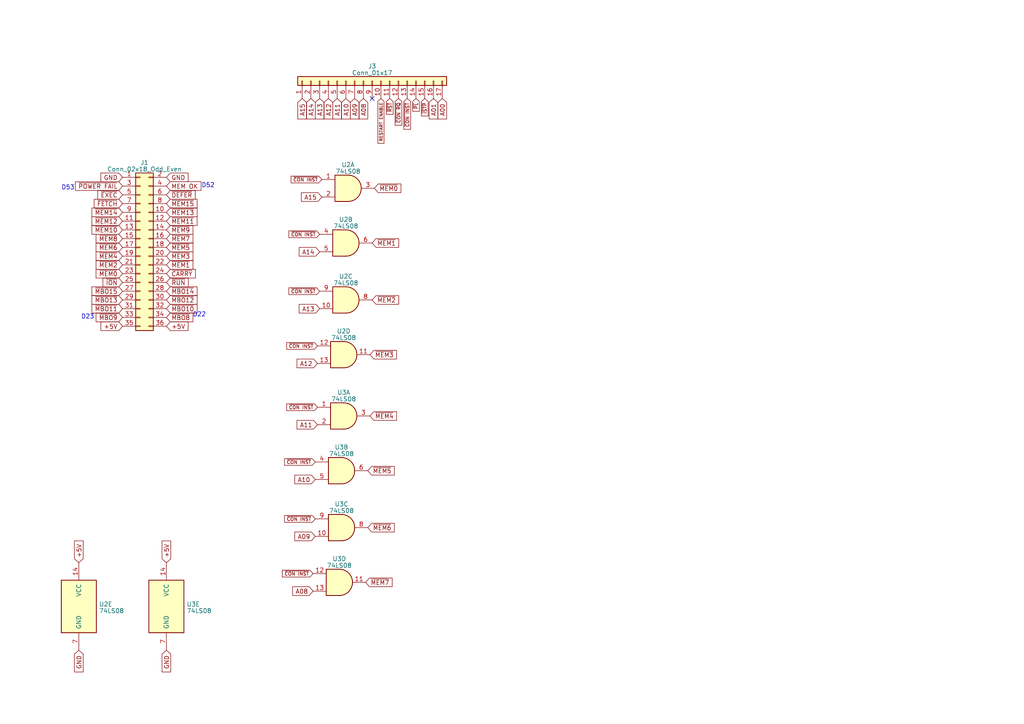
<source format=kicad_sch>
(kicad_sch (version 20230121) (generator eeschema)
  (paper "A4")
  (lib_symbols
    (symbol "74xx:74LS08" (pin_names (offset 1.016))
      (property "Reference" "U" (at 0 1.27 0))
      (property "Value" "74LS08" (at 0 -1.27 0))
      (symbol "74LS08_1_1"
        (arc (start 0 -3.81) (mid 3.7934 0) (end 0 3.81) (stroke (width 0.254)) (fill (type background)))
        (polyline (pts (xy 0 3.81) (xy -3.81 3.81) (xy -3.81 -3.81) (xy 0 -3.81)) (stroke (width 0.254)) (fill (type background)))
        (pin input line (at -7.62 2.54 0) (length 3.81) (name "~") (number "1"))
        (pin input line (at -7.62 -2.54 0) (length 3.81) (name "~") (number "2"))
        (pin output line (at 7.62 0 180) (length 3.81) (name "~") (number "3"))
      )
      (symbol "74LS08_1_2"
        (arc (start -3.81 -3.81) (mid -2.589 0) (end -3.81 3.81) (stroke (width 0.254)))
        (arc (start -0.6096 -3.81) (mid 2.1842 -2.5851) (end 3.81 0) (stroke (width 0.254)) (fill (type background)))
        (polyline (pts (xy -3.81 -3.81) (xy -0.635 -3.81)) (stroke (width 0.254)) (fill (type background)))
        (polyline (pts (xy -3.81 3.81) (xy -0.635 3.81)) (stroke (width 0.254)) (fill (type background)))
        (polyline (pts (xy -0.635 3.81) (xy -3.81 3.81) (xy -3.81 3.81) (xy -3.556 3.4036) (xy -3.0226 2.2606) (xy -2.6924 1.0414) (xy -2.6162 -0.254) (xy -2.7686 -1.4986) (xy -3.175 -2.7178) (xy -3.81 -3.81) (xy -3.81 -3.81) (xy -0.635 -3.81)) (stroke (width -25.4)) (fill (type background)))
        (arc (start 3.81 0) (mid 2.1915 2.5936) (end -0.6096 3.81) (stroke (width 0.254)) (fill (type background)))
        (pin input inverted (at -7.62 2.54 0) (length 4.318) (name "~") (number "1"))
        (pin input inverted (at -7.62 -2.54 0) (length 4.318) (name "~") (number "2"))
        (pin output inverted (at 7.62 0 180) (length 3.81) (name "~") (number "3"))
      )
      (symbol "74LS08_2_1"
        (arc (start 0 -3.81) (mid 3.7934 0) (end 0 3.81) (stroke (width 0.254)) (fill (type background)))
        (polyline (pts (xy 0 3.81) (xy -3.81 3.81) (xy -3.81 -3.81) (xy 0 -3.81)) (stroke (width 0.254)) (fill (type background)))
        (pin input line (at -7.62 2.54 0) (length 3.81) (name "~") (number "4"))
        (pin input line (at -7.62 -2.54 0) (length 3.81) (name "~") (number "5"))
        (pin output line (at 7.62 0 180) (length 3.81) (name "~") (number "6"))
      )
      (symbol "74LS08_2_2"
        (arc (start -3.81 -3.81) (mid -2.589 0) (end -3.81 3.81) (stroke (width 0.254)))
        (arc (start -0.6096 -3.81) (mid 2.1842 -2.5851) (end 3.81 0) (stroke (width 0.254)) (fill (type background)))
        (polyline (pts (xy -3.81 -3.81) (xy -0.635 -3.81)) (stroke (width 0.254)) (fill (type background)))
        (polyline (pts (xy -3.81 3.81) (xy -0.635 3.81)) (stroke (width 0.254)) (fill (type background)))
        (polyline (pts (xy -0.635 3.81) (xy -3.81 3.81) (xy -3.81 3.81) (xy -3.556 3.4036) (xy -3.0226 2.2606) (xy -2.6924 1.0414) (xy -2.6162 -0.254) (xy -2.7686 -1.4986) (xy -3.175 -2.7178) (xy -3.81 -3.81) (xy -3.81 -3.81) (xy -0.635 -3.81)) (stroke (width -25.4)) (fill (type background)))
        (arc (start 3.81 0) (mid 2.1915 2.5936) (end -0.6096 3.81) (stroke (width 0.254)) (fill (type background)))
        (pin input inverted (at -7.62 2.54 0) (length 4.318) (name "~") (number "4"))
        (pin input inverted (at -7.62 -2.54 0) (length 4.318) (name "~") (number "5"))
        (pin output inverted (at 7.62 0 180) (length 3.81) (name "~") (number "6"))
      )
      (symbol "74LS08_3_1"
        (arc (start 0 -3.81) (mid 3.7934 0) (end 0 3.81) (stroke (width 0.254)) (fill (type background)))
        (polyline (pts (xy 0 3.81) (xy -3.81 3.81) (xy -3.81 -3.81) (xy 0 -3.81)) (stroke (width 0.254)) (fill (type background)))
        (pin input line (at -7.62 -2.54 0) (length 3.81) (name "~") (number "10"))
        (pin output line (at 7.62 0 180) (length 3.81) (name "~") (number "8"))
        (pin input line (at -7.62 2.54 0) (length 3.81) (name "~") (number "9"))
      )
      (symbol "74LS08_3_2"
        (arc (start -3.81 -3.81) (mid -2.589 0) (end -3.81 3.81) (stroke (width 0.254)))
        (arc (start -0.6096 -3.81) (mid 2.1842 -2.5851) (end 3.81 0) (stroke (width 0.254)) (fill (type background)))
        (polyline (pts (xy -3.81 -3.81) (xy -0.635 -3.81)) (stroke (width 0.254)) (fill (type background)))
        (polyline (pts (xy -3.81 3.81) (xy -0.635 3.81)) (stroke (width 0.254)) (fill (type background)))
        (polyline (pts (xy -0.635 3.81) (xy -3.81 3.81) (xy -3.81 3.81) (xy -3.556 3.4036) (xy -3.0226 2.2606) (xy -2.6924 1.0414) (xy -2.6162 -0.254) (xy -2.7686 -1.4986) (xy -3.175 -2.7178) (xy -3.81 -3.81) (xy -3.81 -3.81) (xy -0.635 -3.81)) (stroke (width -25.4)) (fill (type background)))
        (arc (start 3.81 0) (mid 2.1915 2.5936) (end -0.6096 3.81) (stroke (width 0.254)) (fill (type background)))
        (pin input inverted (at -7.62 -2.54 0) (length 4.318) (name "~") (number "10"))
        (pin output inverted (at 7.62 0 180) (length 3.81) (name "~") (number "8"))
        (pin input inverted (at -7.62 2.54 0) (length 4.318) (name "~") (number "9"))
      )
      (symbol "74LS08_4_1"
        (arc (start 0 -3.81) (mid 3.7934 0) (end 0 3.81) (stroke (width 0.254)) (fill (type background)))
        (polyline (pts (xy 0 3.81) (xy -3.81 3.81) (xy -3.81 -3.81) (xy 0 -3.81)) (stroke (width 0.254)) (fill (type background)))
        (pin output line (at 7.62 0 180) (length 3.81) (name "~") (number "11"))
        (pin input line (at -7.62 2.54 0) (length 3.81) (name "~") (number "12"))
        (pin input line (at -7.62 -2.54 0) (length 3.81) (name "~") (number "13"))
      )
      (symbol "74LS08_4_2"
        (arc (start -3.81 -3.81) (mid -2.589 0) (end -3.81 3.81) (stroke (width 0.254)))
        (arc (start -0.6096 -3.81) (mid 2.1842 -2.5851) (end 3.81 0) (stroke (width 0.254)) (fill (type background)))
        (polyline (pts (xy -3.81 -3.81) (xy -0.635 -3.81)) (stroke (width 0.254)) (fill (type background)))
        (polyline (pts (xy -3.81 3.81) (xy -0.635 3.81)) (stroke (width 0.254)) (fill (type background)))
        (polyline (pts (xy -0.635 3.81) (xy -3.81 3.81) (xy -3.81 3.81) (xy -3.556 3.4036) (xy -3.0226 2.2606) (xy -2.6924 1.0414) (xy -2.6162 -0.254) (xy -2.7686 -1.4986) (xy -3.175 -2.7178) (xy -3.81 -3.81) (xy -3.81 -3.81) (xy -0.635 -3.81)) (stroke (width -25.4)) (fill (type background)))
        (arc (start 3.81 0) (mid 2.1915 2.5936) (end -0.6096 3.81) (stroke (width 0.254)) (fill (type background)))
        (pin output inverted (at 7.62 0 180) (length 3.81) (name "~") (number "11"))
        (pin input inverted (at -7.62 2.54 0) (length 4.318) (name "~") (number "12"))
        (pin input inverted (at -7.62 -2.54 0) (length 4.318) (name "~") (number "13"))
      )
      (symbol "74LS08_5_0"
        (pin power_in line (at 0 12.7 270) (length 5.08) (name "VCC") (number "14"))
        (pin power_in line (at 0 -12.7 90) (length 5.08) (name "GND") (number "7"))
      )
      (symbol "74LS08_5_1"
        (rectangle (start -5.08 7.62) (end 5.08 -7.62) (stroke (width 0.254)) (fill (type background)))
      )
    )
    (symbol "Connector_Generic:Conn_01x17" (pin_names (offset 1.016) hide)
      (property "Reference" "J" (at 0 22.86 0))
      (property "Value" "Conn_01x17" (at 0 -22.86 0))
      (symbol "Conn_01x17_1_1"
        (rectangle (start -1.27 -20.193) (end 0 -20.447) (stroke (width 0.1524)))
        (rectangle (start -1.27 -17.653) (end 0 -17.907) (stroke (width 0.1524)))
        (rectangle (start -1.27 -15.113) (end 0 -15.367) (stroke (width 0.1524)))
        (rectangle (start -1.27 -12.573) (end 0 -12.827) (stroke (width 0.1524)))
        (rectangle (start -1.27 -10.033) (end 0 -10.287) (stroke (width 0.1524)))
        (rectangle (start -1.27 -7.493) (end 0 -7.747) (stroke (width 0.1524)))
        (rectangle (start -1.27 -4.953) (end 0 -5.207) (stroke (width 0.1524)))
        (rectangle (start -1.27 -2.413) (end 0 -2.667) (stroke (width 0.1524)))
        (rectangle (start -1.27 0.127) (end 0 -0.127) (stroke (width 0.1524)))
        (rectangle (start -1.27 2.667) (end 0 2.413) (stroke (width 0.1524)))
        (rectangle (start -1.27 5.207) (end 0 4.953) (stroke (width 0.1524)))
        (rectangle (start -1.27 7.747) (end 0 7.493) (stroke (width 0.1524)))
        (rectangle (start -1.27 10.287) (end 0 10.033) (stroke (width 0.1524)))
        (rectangle (start -1.27 12.827) (end 0 12.573) (stroke (width 0.1524)))
        (rectangle (start -1.27 15.367) (end 0 15.113) (stroke (width 0.1524)))
        (rectangle (start -1.27 17.907) (end 0 17.653) (stroke (width 0.1524)))
        (rectangle (start -1.27 20.447) (end 0 20.193) (stroke (width 0.1524)))
        (rectangle (start -1.27 21.59) (end 1.27 -21.59) (stroke (width 0.254)) (fill (type background)))
        (pin passive line (at -5.08 20.32 0) (length 3.81) (name "Pin_1") (number "1"))
        (pin passive line (at -5.08 -2.54 0) (length 3.81) (name "Pin_10") (number "10"))
        (pin passive line (at -5.08 -5.08 0) (length 3.81) (name "Pin_11") (number "11"))
        (pin passive line (at -5.08 -7.62 0) (length 3.81) (name "Pin_12") (number "12"))
        (pin passive line (at -5.08 -10.16 0) (length 3.81) (name "Pin_13") (number "13"))
        (pin passive line (at -5.08 -12.7 0) (length 3.81) (name "Pin_14") (number "14"))
        (pin passive line (at -5.08 -15.24 0) (length 3.81) (name "Pin_15") (number "15"))
        (pin passive line (at -5.08 -17.78 0) (length 3.81) (name "Pin_16") (number "16"))
        (pin passive line (at -5.08 -20.32 0) (length 3.81) (name "Pin_17") (number "17"))
        (pin passive line (at -5.08 17.78 0) (length 3.81) (name "Pin_2") (number "2"))
        (pin passive line (at -5.08 15.24 0) (length 3.81) (name "Pin_3") (number "3"))
        (pin passive line (at -5.08 12.7 0) (length 3.81) (name "Pin_4") (number "4"))
        (pin passive line (at -5.08 10.16 0) (length 3.81) (name "Pin_5") (number "5"))
        (pin passive line (at -5.08 7.62 0) (length 3.81) (name "Pin_6") (number "6"))
        (pin passive line (at -5.08 5.08 0) (length 3.81) (name "Pin_7") (number "7"))
        (pin passive line (at -5.08 2.54 0) (length 3.81) (name "Pin_8") (number "8"))
        (pin passive line (at -5.08 0 0) (length 3.81) (name "Pin_9") (number "9"))
      )
    )
    (symbol "Connector_Generic:Conn_02x18_Odd_Even" (pin_names (offset 1.016) hide)
      (property "Reference" "J" (at 1.27 22.86 0))
      (property "Value" "Conn_02x18_Odd_Even" (at 1.27 -25.4 0))
      (symbol "Conn_02x18_Odd_Even_1_1"
        (rectangle (start -1.27 -22.733) (end 0 -22.987) (stroke (width 0.1524)))
        (rectangle (start -1.27 -20.193) (end 0 -20.447) (stroke (width 0.1524)))
        (rectangle (start -1.27 -17.653) (end 0 -17.907) (stroke (width 0.1524)))
        (rectangle (start -1.27 -15.113) (end 0 -15.367) (stroke (width 0.1524)))
        (rectangle (start -1.27 -12.573) (end 0 -12.827) (stroke (width 0.1524)))
        (rectangle (start -1.27 -10.033) (end 0 -10.287) (stroke (width 0.1524)))
        (rectangle (start -1.27 -7.493) (end 0 -7.747) (stroke (width 0.1524)))
        (rectangle (start -1.27 -4.953) (end 0 -5.207) (stroke (width 0.1524)))
        (rectangle (start -1.27 -2.413) (end 0 -2.667) (stroke (width 0.1524)))
        (rectangle (start -1.27 0.127) (end 0 -0.127) (stroke (width 0.1524)))
        (rectangle (start -1.27 2.667) (end 0 2.413) (stroke (width 0.1524)))
        (rectangle (start -1.27 5.207) (end 0 4.953) (stroke (width 0.1524)))
        (rectangle (start -1.27 7.747) (end 0 7.493) (stroke (width 0.1524)))
        (rectangle (start -1.27 10.287) (end 0 10.033) (stroke (width 0.1524)))
        (rectangle (start -1.27 12.827) (end 0 12.573) (stroke (width 0.1524)))
        (rectangle (start -1.27 15.367) (end 0 15.113) (stroke (width 0.1524)))
        (rectangle (start -1.27 17.907) (end 0 17.653) (stroke (width 0.1524)))
        (rectangle (start -1.27 20.447) (end 0 20.193) (stroke (width 0.1524)))
        (rectangle (start -1.27 21.59) (end 3.81 -24.13) (stroke (width 0.254)) (fill (type background)))
        (rectangle (start 3.81 -22.733) (end 2.54 -22.987) (stroke (width 0.1524)))
        (rectangle (start 3.81 -20.193) (end 2.54 -20.447) (stroke (width 0.1524)))
        (rectangle (start 3.81 -17.653) (end 2.54 -17.907) (stroke (width 0.1524)))
        (rectangle (start 3.81 -15.113) (end 2.54 -15.367) (stroke (width 0.1524)))
        (rectangle (start 3.81 -12.573) (end 2.54 -12.827) (stroke (width 0.1524)))
        (rectangle (start 3.81 -10.033) (end 2.54 -10.287) (stroke (width 0.1524)))
        (rectangle (start 3.81 -7.493) (end 2.54 -7.747) (stroke (width 0.1524)))
        (rectangle (start 3.81 -4.953) (end 2.54 -5.207) (stroke (width 0.1524)))
        (rectangle (start 3.81 -2.413) (end 2.54 -2.667) (stroke (width 0.1524)))
        (rectangle (start 3.81 0.127) (end 2.54 -0.127) (stroke (width 0.1524)))
        (rectangle (start 3.81 2.667) (end 2.54 2.413) (stroke (width 0.1524)))
        (rectangle (start 3.81 5.207) (end 2.54 4.953) (stroke (width 0.1524)))
        (rectangle (start 3.81 7.747) (end 2.54 7.493) (stroke (width 0.1524)))
        (rectangle (start 3.81 10.287) (end 2.54 10.033) (stroke (width 0.1524)))
        (rectangle (start 3.81 12.827) (end 2.54 12.573) (stroke (width 0.1524)))
        (rectangle (start 3.81 15.367) (end 2.54 15.113) (stroke (width 0.1524)))
        (rectangle (start 3.81 17.907) (end 2.54 17.653) (stroke (width 0.1524)))
        (rectangle (start 3.81 20.447) (end 2.54 20.193) (stroke (width 0.1524)))
        (pin passive line (at -5.08 20.32 0) (length 3.81) (name "Pin_1") (number "1"))
        (pin passive line (at 7.62 10.16 180) (length 3.81) (name "Pin_10") (number "10"))
        (pin passive line (at -5.08 7.62 0) (length 3.81) (name "Pin_11") (number "11"))
        (pin passive line (at 7.62 7.62 180) (length 3.81) (name "Pin_12") (number "12"))
        (pin passive line (at -5.08 5.08 0) (length 3.81) (name "Pin_13") (number "13"))
        (pin passive line (at 7.62 5.08 180) (length 3.81) (name "Pin_14") (number "14"))
        (pin passive line (at -5.08 2.54 0) (length 3.81) (name "Pin_15") (number "15"))
        (pin passive line (at 7.62 2.54 180) (length 3.81) (name "Pin_16") (number "16"))
        (pin passive line (at -5.08 0 0) (length 3.81) (name "Pin_17") (number "17"))
        (pin passive line (at 7.62 0 180) (length 3.81) (name "Pin_18") (number "18"))
        (pin passive line (at -5.08 -2.54 0) (length 3.81) (name "Pin_19") (number "19"))
        (pin passive line (at 7.62 20.32 180) (length 3.81) (name "Pin_2") (number "2"))
        (pin passive line (at 7.62 -2.54 180) (length 3.81) (name "Pin_20") (number "20"))
        (pin passive line (at -5.08 -5.08 0) (length 3.81) (name "Pin_21") (number "21"))
        (pin passive line (at 7.62 -5.08 180) (length 3.81) (name "Pin_22") (number "22"))
        (pin passive line (at -5.08 -7.62 0) (length 3.81) (name "Pin_23") (number "23"))
        (pin passive line (at 7.62 -7.62 180) (length 3.81) (name "Pin_24") (number "24"))
        (pin passive line (at -5.08 -10.16 0) (length 3.81) (name "Pin_25") (number "25"))
        (pin passive line (at 7.62 -10.16 180) (length 3.81) (name "Pin_26") (number "26"))
        (pin passive line (at -5.08 -12.7 0) (length 3.81) (name "Pin_27") (number "27"))
        (pin passive line (at 7.62 -12.7 180) (length 3.81) (name "Pin_28") (number "28"))
        (pin passive line (at -5.08 -15.24 0) (length 3.81) (name "Pin_29") (number "29"))
        (pin passive line (at -5.08 17.78 0) (length 3.81) (name "Pin_3") (number "3"))
        (pin passive line (at 7.62 -15.24 180) (length 3.81) (name "Pin_30") (number "30"))
        (pin passive line (at -5.08 -17.78 0) (length 3.81) (name "Pin_31") (number "31"))
        (pin passive line (at 7.62 -17.78 180) (length 3.81) (name "Pin_32") (number "32"))
        (pin passive line (at -5.08 -20.32 0) (length 3.81) (name "Pin_33") (number "33"))
        (pin passive line (at 7.62 -20.32 180) (length 3.81) (name "Pin_34") (number "34"))
        (pin passive line (at -5.08 -22.86 0) (length 3.81) (name "Pin_35") (number "35"))
        (pin passive line (at 7.62 -22.86 180) (length 3.81) (name "Pin_36") (number "36"))
        (pin passive line (at 7.62 17.78 180) (length 3.81) (name "Pin_4") (number "4"))
        (pin passive line (at -5.08 15.24 0) (length 3.81) (name "Pin_5") (number "5"))
        (pin passive line (at 7.62 15.24 180) (length 3.81) (name "Pin_6") (number "6"))
        (pin passive line (at -5.08 12.7 0) (length 3.81) (name "Pin_7") (number "7"))
        (pin passive line (at 7.62 12.7 180) (length 3.81) (name "Pin_8") (number "8"))
        (pin passive line (at -5.08 10.16 0) (length 3.81) (name "Pin_9") (number "9"))
      )
    )
  )
  (no_connect (at 107.95 28.575))
  (text "D52" (at 58.42 54.61 0) (effects (font (size 1.27 1.27)) (justify left bottom)))
  (text "D23" (at 23.495 92.71 0) (effects (font (size 1.27 1.27)) (justify left bottom)))
  (text "D53" (at 17.78 55.245 0) (effects (font (size 1.27 1.27)) (justify left bottom)))
  (text "D22" (at 55.88 92.075 0) (effects (font (size 1.27 1.27)) (justify left bottom)))
  (global_label "~{MEM0}" (shape input) (at 35.56 79.375 180) (property "Intersheetrefs" "${INTERSHEET_REFS}" (effects hide)))
  (global_label "~{EXEC}" (shape input) (at 35.56 56.515 180) (property "Intersheetrefs" "${INTERSHEET_REFS}" (effects hide)))
  (global_label "MEM OK" (shape input) (at 48.26 53.975 0) (property "Intersheetrefs" "${INTERSHEET_REFS}" (effects hide)))
  (global_label "GND" (shape input) (at 48.26 188.595 270) (property "Intersheetrefs" "${INTERSHEET_REFS}" (effects hide)))
  (global_label "A08" (shape input) (at 90.805 171.45 180) (property "Intersheetrefs" "${INTERSHEET_REFS}" (effects hide)))
  (global_label "~{PL}" (shape input) (at 120.65 28.575 270) (effects (font (size 0.996 0.996))) (property "Intersheetrefs" "${INTERSHEET_REFS}" (effects hide)))
  (global_label "~{MEM15}" (shape input) (at 48.26 59.055 0) (property "Intersheetrefs" "${INTERSHEET_REFS}" (effects hide)))
  (global_label "~{MEM13}" (shape input) (at 48.26 61.595 0) (property "Intersheetrefs" "${INTERSHEET_REFS}" (effects hide)))
  (global_label "~{MEM2}" (shape input) (at 35.56 76.835 180) (property "Intersheetrefs" "${INTERSHEET_REFS}" (effects hide)))
  (global_label "GND" (shape input) (at 35.56 51.435 180) (property "Intersheetrefs" "${INTERSHEET_REFS}" (effects hide)))
  (global_label "~{MEM7}" (shape input) (at 106.045 168.91 0) (property "Intersheetrefs" "${INTERSHEET_REFS}" (effects hide)))
  (global_label "~{MBO9}" (shape input) (at 35.56 92.075 180) (property "Intersheetrefs" "${INTERSHEET_REFS}" (effects hide)))
  (global_label "~{MEM4}" (shape input) (at 35.56 74.295 180) (property "Intersheetrefs" "${INTERSHEET_REFS}" (effects hide)))
  (global_label "+5V" (shape input) (at 48.26 94.615 0) (property "Intersheetrefs" "${INTERSHEET_REFS}" (effects hide)))
  (global_label "~{ION}" (shape input) (at 35.56 81.915 180) (property "Intersheetrefs" "${INTERSHEET_REFS}" (effects hide)))
  (global_label "~{MBO10}" (shape input) (at 48.26 89.535 0) (property "Intersheetrefs" "${INTERSHEET_REFS}" (effects hide)))
  (global_label "+5V" (shape input) (at 35.56 94.615 180) (property "Intersheetrefs" "${INTERSHEET_REFS}" (effects hide)))
  (global_label "A13" (shape input) (at 92.71 28.575 270) (property "Intersheetrefs" "${INTERSHEET_REFS}" (effects hide)))
  (global_label "~{CON RQ}" (shape input) (at 115.57 28.575 270) (effects (font (size 0.9906 0.9906))) (property "Intersheetrefs" "${INTERSHEET_REFS}" (effects hide)))
  (global_label "A14" (shape input) (at 92.71 73.025 180) (property "Intersheetrefs" "${INTERSHEET_REFS}" (effects hide)))
  (global_label "A15" (shape input) (at 93.345 57.15 180) (property "Intersheetrefs" "${INTERSHEET_REFS}" (effects hide)))
  (global_label "~{MEM3}" (shape input) (at 107.315 102.87 0) (property "Intersheetrefs" "${INTERSHEET_REFS}" (effects hide)))
  (global_label "A01" (shape input) (at 125.73 28.575 270) (property "Intersheetrefs" "${INTERSHEET_REFS}" (effects hide)))
  (global_label "~{MEM4}" (shape input) (at 107.315 120.65 0) (property "Intersheetrefs" "${INTERSHEET_REFS}" (effects hide)))
  (global_label "+5V" (shape input) (at 48.26 163.195 90) (property "Intersheetrefs" "${INTERSHEET_REFS}" (effects hide)))
  (global_label "~{RST}" (shape input) (at 113.03 28.575 270) (effects (font (size 0.9906 0.9906))) (property "Intersheetrefs" "${INTERSHEET_REFS}" (effects hide)))
  (global_label "~{MEM1}" (shape input) (at 48.26 76.835 0) (property "Intersheetrefs" "${INTERSHEET_REFS}" (effects hide)))
  (global_label "~{MEM8}" (shape input) (at 35.56 69.215 180) (property "Intersheetrefs" "${INTERSHEET_REFS}" (effects hide)))
  (global_label "A08" (shape input) (at 105.41 28.575 270) (property "Intersheetrefs" "${INTERSHEET_REFS}" (effects hide)))
  (global_label "~{POWER FAIL}" (shape input) (at 35.56 53.975 180) (property "Intersheetrefs" "${INTERSHEET_REFS}" (effects hide)))
  (global_label "~{CON INST}" (shape input) (at 92.71 84.455 180) (effects (font (size 0.9906 0.9906))) (property "Intersheetrefs" "${INTERSHEET_REFS}" (effects hide)))
  (global_label "~{MEM1}" (shape input) (at 107.95 70.485 0) (property "Intersheetrefs" "${INTERSHEET_REFS}" (effects hide)))
  (global_label "~{MEM10}" (shape input) (at 35.56 66.675 180) (property "Intersheetrefs" "${INTERSHEET_REFS}" (effects hide)))
  (global_label "A12" (shape input) (at 95.25 28.575 270) (property "Intersheetrefs" "${INTERSHEET_REFS}" (effects hide)))
  (global_label "~{CON INST}" (shape input) (at 92.075 100.33 180) (effects (font (size 0.9906 0.9906))) (property "Intersheetrefs" "${INTERSHEET_REFS}" (effects hide)))
  (global_label "~{RUN}" (shape input) (at 48.26 81.915 0) (property "Intersheetrefs" "${INTERSHEET_REFS}" (effects hide)))
  (global_label "~{MEM5}" (shape input) (at 48.26 71.755 0) (property "Intersheetrefs" "${INTERSHEET_REFS}" (effects hide)))
  (global_label "~{MEM12}" (shape input) (at 35.56 64.135 180) (property "Intersheetrefs" "${INTERSHEET_REFS}" (effects hide)))
  (global_label "~{MEM11}" (shape input) (at 48.26 64.135 0) (property "Intersheetrefs" "${INTERSHEET_REFS}" (effects hide)))
  (global_label "A15" (shape input) (at 87.63 28.575 270) (property "Intersheetrefs" "${INTERSHEET_REFS}" (effects hide)))
  (global_label "A11" (shape input) (at 97.79 28.575 270) (property "Intersheetrefs" "${INTERSHEET_REFS}" (effects hide)))
  (global_label "~{CON INST}" (shape input) (at 91.44 150.495 180) (effects (font (size 0.9906 0.9906))) (property "Intersheetrefs" "${INTERSHEET_REFS}" (effects hide)))
  (global_label "~{MBO11}" (shape input) (at 35.56 89.535 180) (property "Intersheetrefs" "${INTERSHEET_REFS}" (effects hide)))
  (global_label "A09" (shape input) (at 102.87 28.575 270) (property "Intersheetrefs" "${INTERSHEET_REFS}" (effects hide)))
  (global_label "~{MEM6}" (shape input) (at 106.68 153.035 0) (property "Intersheetrefs" "${INTERSHEET_REFS}" (effects hide)))
  (global_label "A11" (shape input) (at 92.075 123.19 180) (property "Intersheetrefs" "${INTERSHEET_REFS}" (effects hide)))
  (global_label "~{MBO12}" (shape input) (at 48.26 86.995 0) (property "Intersheetrefs" "${INTERSHEET_REFS}" (effects hide)))
  (global_label "~{CON INST}" (shape input) (at 92.075 118.11 180) (effects (font (size 0.9906 0.9906))) (property "Intersheetrefs" "${INTERSHEET_REFS}" (effects hide)))
  (global_label "A00" (shape input) (at 128.27 28.575 270) (property "Intersheetrefs" "${INTERSHEET_REFS}" (effects hide)))
  (global_label "~{MEM3}" (shape input) (at 48.26 74.295 0) (property "Intersheetrefs" "${INTERSHEET_REFS}" (effects hide)))
  (global_label "~{DEFER}" (shape input) (at 48.26 56.515 0) (property "Intersheetrefs" "${INTERSHEET_REFS}" (effects hide)))
  (global_label "+5V" (shape input) (at 22.86 163.195 90) (property "Intersheetrefs" "${INTERSHEET_REFS}" (effects hide)))
  (global_label "~{CON INST}" (shape input) (at 90.805 166.37 180) (effects (font (size 0.9906 0.9906))) (property "Intersheetrefs" "${INTERSHEET_REFS}" (effects hide)))
  (global_label "~{MEM9}" (shape input) (at 48.26 66.675 0) (property "Intersheetrefs" "${INTERSHEET_REFS}" (effects hide)))
  (global_label "GND" (shape input) (at 48.26 51.435 0) (property "Intersheetrefs" "${INTERSHEET_REFS}" (effects hide)))
  (global_label "RESTART ENABLE" (shape input) (at 110.49 28.575 270) (effects (font (size 0.9 0.9))) (property "Intersheetrefs" "${INTERSHEET_REFS}" (effects hide)))
  (global_label "~{MEM14}" (shape input) (at 35.56 61.595 180) (property "Intersheetrefs" "${INTERSHEET_REFS}" (effects hide)))
  (global_label "~{ISTP}" (shape input) (at 123.19 28.575 270) (effects (font (size 0.9906 0.9906))) (property "Intersheetrefs" "${INTERSHEET_REFS}" (effects hide)))
  (global_label "~{CON INST}" (shape input) (at 92.71 67.945 180) (effects (font (size 0.9906 0.9906))) (property "Intersheetrefs" "${INTERSHEET_REFS}" (effects hide)))
  (global_label "~{MBO8}" (shape input) (at 48.26 92.075 0) (property "Intersheetrefs" "${INTERSHEET_REFS}" (effects hide)))
  (global_label "~{MEM2}" (shape input) (at 107.95 86.995 0) (property "Intersheetrefs" "${INTERSHEET_REFS}" (effects hide)))
  (global_label "A10" (shape input) (at 91.44 139.065 180) (property "Intersheetrefs" "${INTERSHEET_REFS}" (effects hide)))
  (global_label "~{MEM7}" (shape input) (at 48.26 69.215 0) (property "Intersheetrefs" "${INTERSHEET_REFS}" (effects hide)))
  (global_label "~{CON INST}" (shape input) (at 91.44 133.985 180) (effects (font (size 0.9906 0.9906))) (property "Intersheetrefs" "${INTERSHEET_REFS}" (effects hide)))
  (global_label "A13" (shape input) (at 92.71 89.535 180) (property "Intersheetrefs" "${INTERSHEET_REFS}" (effects hide)))
  (global_label "~{CARRY}" (shape input) (at 48.26 79.375 0) (property "Intersheetrefs" "${INTERSHEET_REFS}" (effects hide)))
  (global_label "~{MEM5}" (shape input) (at 106.68 136.525 0) (property "Intersheetrefs" "${INTERSHEET_REFS}" (effects hide)))
  (global_label "A09" (shape input) (at 91.44 155.575 180) (property "Intersheetrefs" "${INTERSHEET_REFS}" (effects hide)))
  (global_label "~{CON INST}" (shape input) (at 118.11 28.575 270) (effects (font (size 0.9906 0.9906))) (property "Intersheetrefs" "${INTERSHEET_REFS}" (effects hide)))
  (global_label "A10" (shape input) (at 100.33 28.575 270) (property "Intersheetrefs" "${INTERSHEET_REFS}" (effects hide)))
  (global_label "~{CON INST}" (shape input) (at 93.345 52.07 180) (effects (font (size 0.9906 0.9906))) (property "Intersheetrefs" "${INTERSHEET_REFS}" (effects hide)))
  (global_label "~{MBO15}" (shape input) (at 35.56 84.455 180) (property "Intersheetrefs" "${INTERSHEET_REFS}" (effects hide)))
  (global_label "A12" (shape input) (at 92.075 105.41 180) (property "Intersheetrefs" "${INTERSHEET_REFS}" (effects hide)))
  (global_label "GND" (shape input) (at 22.86 188.595 270) (property "Intersheetrefs" "${INTERSHEET_REFS}" (effects hide)))
  (global_label "~{MEM6}" (shape input) (at 35.56 71.755 180) (property "Intersheetrefs" "${INTERSHEET_REFS}" (effects hide)))
  (global_label "A14" (shape input) (at 90.17 28.575 270) (property "Intersheetrefs" "${INTERSHEET_REFS}" (effects hide)))
  (global_label "~{MEM0}" (shape input) (at 108.585 54.61 0) (property "Intersheetrefs" "${INTERSHEET_REFS}" (effects hide)))
  (global_label "~{FETCH}" (shape input) (at 35.56 59.055 180) (property "Intersheetrefs" "${INTERSHEET_REFS}" (effects hide)))
  (global_label "~{MBO14}" (shape input) (at 48.26 84.455 0) (property "Intersheetrefs" "${INTERSHEET_REFS}" (effects hide)))
  (global_label "~{MBO13}" (shape input) (at 35.56 86.995 180) (property "Intersheetrefs" "${INTERSHEET_REFS}" (effects hide)))
  (symbol (lib_id "74xx:74LS08") (at 99.695 102.87 0) (unit 4)
    (property "Reference" "U2" (at 99.6867 96.0501 0))
    (property "Value" "74LS08" (at 99.6867 97.9711 0))
    (property "Footprint" "Package_DIP:DIP-14_W7.62mm" (effects hide))
    (property "Datasheet" "http://www.ti.com/lit/gpn/sn74LS08" (effects hide))
  )
  (symbol (lib_id "74xx:74LS08") (at 48.26 175.895 0) (unit 5)
    (property "Reference" "U3" (at 54.102 175.2513 0) (effects (justify left)))
    (property "Value" "74LS08" (at 54.102 177.1723 0) (effects (justify left)))
    (property "Footprint" "Package_DIP:DIP-14_W7.62mm" (effects hide))
    (property "Datasheet" "http://www.ti.com/lit/gpn/sn74LS08" (effects hide))
  )
  (symbol (lib_id "74xx:74LS08") (at 99.06 153.035 0) (unit 3)
    (property "Reference" "U3" (at 99.0517 146.2151 0))
    (property "Value" "74LS08" (at 99.0517 148.1361 0))
    (property "Footprint" "Package_DIP:DIP-14_W7.62mm" (effects hide))
    (property "Datasheet" "http://www.ti.com/lit/gpn/sn74LS08" (effects hide))
  )
  (symbol (lib_id "Connector_Generic:Conn_02x18_Odd_Even") (at 40.64 71.755 0) (unit 1)
    (property "Reference" "J1" (at 41.91 47.1551 0))
    (property "Value" "Conn_02x18_Odd_Even" (at 41.91 49.0761 0))
    (property "Footprint" "Connector_PinHeader_2.54mm:PinHeader_2x18_P2.54mm_Vertical" (effects hide))
  )
  (symbol (lib_id "74xx:74LS08") (at 99.06 136.525 0) (unit 2)
    (property "Reference" "U3" (at 99.0517 129.7051 0))
    (property "Value" "74LS08" (at 99.0517 131.6261 0))
    (property "Footprint" "Package_DIP:DIP-14_W7.62mm" (effects hide))
    (property "Datasheet" "http://www.ti.com/lit/gpn/sn74LS08" (effects hide))
  )
  (symbol (lib_id "Connector_Generic:Conn_01x17") (at 107.95 23.495 90) (unit 1)
    (property "Reference" "J3" (at 107.95 19.2151 90))
    (property "Value" "Conn_01x17" (at 107.95 21.1361 90))
    (property "Footprint" "Connector_PinHeader_2.54mm:PinHeader_1x17_P2.54mm_Vertical" (effects hide))
  )
  (symbol (lib_id "74xx:74LS08") (at 22.86 175.895 0) (unit 5)
    (property "Reference" "U2" (at 28.702 175.2513 0) (effects (justify left)))
    (property "Value" "74LS08" (at 28.702 177.1723 0) (effects (justify left)))
    (property "Footprint" "Package_DIP:DIP-14_W7.62mm" (effects hide))
    (property "Datasheet" "http://www.ti.com/lit/gpn/sn74LS08" (effects hide))
  )
  (symbol (lib_id "74xx:74LS08") (at 100.33 86.995 0) (unit 3)
    (property "Reference" "U2" (at 100.3217 80.1751 0))
    (property "Value" "74LS08" (at 100.3217 82.0961 0))
    (property "Footprint" "Package_DIP:DIP-14_W7.62mm" (effects hide))
    (property "Datasheet" "http://www.ti.com/lit/gpn/sn74LS08" (effects hide))
  )
  (symbol (lib_id "74xx:74LS08") (at 99.695 120.65 0) (unit 1)
    (property "Reference" "U3" (at 99.6867 113.8301 0))
    (property "Value" "74LS08" (at 99.6867 115.7511 0))
    (property "Footprint" "Package_DIP:DIP-14_W7.62mm" (effects hide))
    (property "Datasheet" "http://www.ti.com/lit/gpn/sn74LS08" (effects hide))
  )
  (symbol (lib_id "74xx:74LS08") (at 100.33 70.485 0) (unit 2)
    (property "Reference" "U2" (at 100.3217 63.6651 0))
    (property "Value" "74LS08" (at 100.3217 65.5861 0))
    (property "Footprint" "Package_DIP:DIP-14_W7.62mm" (effects hide))
    (property "Datasheet" "http://www.ti.com/lit/gpn/sn74LS08" (effects hide))
  )
  (symbol (lib_id "74xx:74LS08") (at 98.425 168.91 0) (unit 4)
    (property "Reference" "U3" (at 98.4167 162.0901 0))
    (property "Value" "74LS08" (at 98.4167 164.0111 0))
    (property "Footprint" "Package_DIP:DIP-14_W7.62mm" (effects hide))
    (property "Datasheet" "http://www.ti.com/lit/gpn/sn74LS08" (effects hide))
  )
  (symbol (lib_id "74xx:74LS08") (at 100.965 54.61 0) (unit 1)
    (property "Reference" "U2" (at 100.9567 47.7901 0))
    (property "Value" "74LS08" (at 100.9567 49.7111 0))
    (property "Footprint" "Package_DIP:DIP-14_W7.62mm" (effects hide))
    (property "Datasheet" "http://www.ti.com/lit/gpn/sn74LS08" (effects hide))
  )
)
</source>
